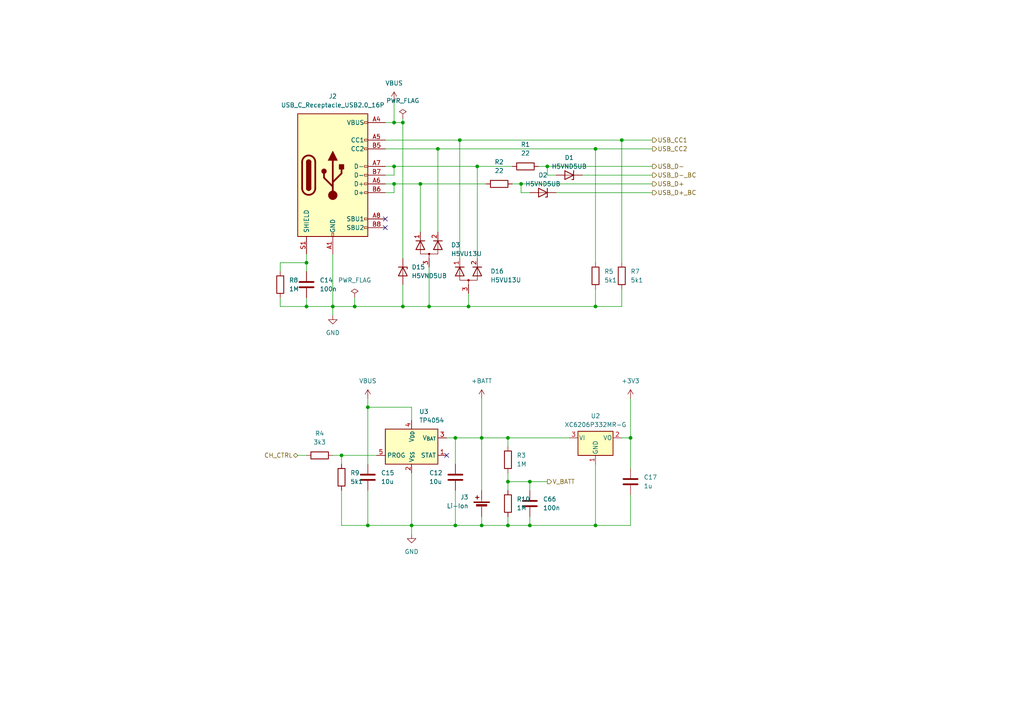
<source format=kicad_sch>
(kicad_sch (version 20230121) (generator eeschema)
  (paper "A4")
  (title_block (title "power supply") (date "2024-07-31") (rev "1.0"))
  (lib_symbols
    (symbol "drake_10b:+3V3" (power) (pin_names (offset 0))
      (property "Value" "+3V3" (at 0 3.556 0))
      (symbol "+3V3_0_1"
        (polyline (pts (xy -0.762 1.27) (xy 0 2.54)))
        (polyline (pts (xy 0 0) (xy 0 2.54)))
        (polyline (pts (xy 0 2.54) (xy 0.762 1.27)))
      )
      (symbol "+3V3_1_1"
        (pin power_in line (at 0 0 90) (length 0) hide (name "+3V3") (number "1"))
      )
    )
    (symbol "drake_10b:+BATT" (power) (pin_names (offset 0))
      (property "Value" "+BATT" (at 0 3.556 0))
      (symbol "+BATT_0_1"
        (polyline (pts (xy -0.762 1.27) (xy 0 2.54)))
        (polyline (pts (xy 0 0) (xy 0 2.54)))
        (polyline (pts (xy 0 2.54) (xy 0.762 1.27)))
      )
      (symbol "+BATT_1_1"
        (pin power_in line (at 0 0 90) (length 0) hide (name "+BATT") (number "1"))
      )
    )
    (symbol "drake_10b:Battery_Cell" (pin_numbers hide) (pin_names (offset 0) hide)
      (property "Reference" "J3" (at 3.81 3.1115 0))
      (property "Value" "Li-Ion" (at 3.81 0.5715 0))
      (symbol "Battery_Cell_0_1"
        (rectangle (start -2.286 1.778) (end 2.286 1.524) (fill (type outline)))
        (rectangle (start -1.524 1.016) (end 1.524 0.508) (fill (type outline)))
        (polyline (pts (xy 0 0.762) (xy 0 0)))
        (polyline (pts (xy 0 1.778) (xy 0 2.54)))
        (polyline (pts (xy 0.762 3.048) (xy 1.778 3.048)) (stroke (width 0.254)))
        (polyline (pts (xy 1.27 3.556) (xy 1.27 2.54)) (stroke (width 0.254)))
      )
      (symbol "Battery_Cell_1_1"
        (pin passive line (at 0 -2.54 90) (length 2.54) (name "-") (number "1"))
        (pin passive line (at 0 5.08 270) (length 2.54) (name "+") (number "2"))
      )
    )
    (symbol "drake_10b:C" (pin_numbers hide) (pin_names (offset 0.254))
      (property "Reference" "C" (at 0.635 2.54 0))
      (property "Value" "C" (at 0.635 -2.54 0))
      (symbol "C_0_1"
        (polyline (pts (xy -2.032 -0.762) (xy 2.032 -0.762)) (stroke (width 0.508)))
        (polyline (pts (xy -2.032 0.762) (xy 2.032 0.762)) (stroke (width 0.508)))
      )
      (symbol "C_1_1"
        (pin passive line (at 0 3.81 270) (length 2.794) (name "~") (number "1"))
        (pin passive line (at 0 -3.81 90) (length 2.794) (name "~") (number "2"))
      )
    )
    (symbol "drake_10b:D_Dual_CommonAnode_KKA_Parallel" (pin_names (offset 0.762) hide)
      (property "Reference" "D" (at 0 5.08 0))
      (property "Value" "D_Dual_CommonAnode_KKA_Parallel" (at 0 -5.08 0))
      (symbol "D_Dual_CommonAnode_KKA_Parallel_0_0"
        (polyline (pts (xy 2.54 -3.81) (xy 2.54 -1.27)) (stroke (width 0.254)))
        (polyline (pts (xy 2.54 1.27) (xy 2.54 3.81)) (stroke (width 0.254)))
      )
      (symbol "D_Dual_CommonAnode_KKA_Parallel_0_1"
        (circle (center -1.27 0) (radius 0.254) (fill (type outline)))
        (polyline (pts (xy -1.27 0) (xy -2.54 0)))
        (polyline (pts (xy 2.54 2.54) (xy -1.27 2.54) (xy -1.27 -2.54) (xy 2.54 -2.54)))
        (polyline (pts (xy 0 -1.27) (xy 2.54 -2.54) (xy 0 -3.81) (xy 0 -1.27) (xy 0 -1.27) (xy 0 -1.27)) (stroke (width 0.254)))
        (polyline (pts (xy 0 3.81) (xy 2.54 2.54) (xy 0 1.27) (xy 0 3.81) (xy 0 3.81) (xy 0 3.81)) (stroke (width 0.254)))
        (pin passive line (at 5.08 2.54 180) (length 2.54) (name "K") (number "1"))
        (pin passive line (at 5.08 -2.54 180) (length 2.54) (name "K") (number "2"))
        (pin passive line (at -5.08 0 0) (length 2.54) (name "A") (number "3"))
      )
    )
    (symbol "drake_10b:ESD5Zxx" (pin_numbers hide) (pin_names hide)
      (property "Reference" "D" (at 0 2.54 0))
      (property "Value" "ESD5Zxx" (at 0 -2.54 0))
      (symbol "ESD5Zxx_0_1"
        (polyline (pts (xy 1.27 0) (xy -1.27 0)))
        (polyline (pts (xy -1.27 -1.27) (xy -1.27 1.27) (xy -0.762 1.27)) (stroke (width 0.254)))
        (polyline (pts (xy 1.27 -1.27) (xy 1.27 1.27) (xy -1.27 0) (xy 1.27 -1.27)) (stroke (width 0.254)))
      )
      (symbol "ESD5Zxx_1_1"
        (pin passive line (at -3.81 0 0) (length 2.54) (name "K") (number "1"))
        (pin passive line (at 3.81 0 180) (length 2.54) (name "A") (number "2"))
      )
    )
    (symbol "drake_10b:GND" (power) (pin_names (offset 0))
      (property "Value" "GND" (at 0 -3.81 0))
      (symbol "GND_0_1"
        (polyline (pts (xy 0 0) (xy 0 -1.27) (xy 1.27 -1.27) (xy 0 -2.54) (xy -1.27 -1.27) (xy 0 -1.27)))
      )
      (symbol "GND_1_1"
        (pin power_in line (at 0 0 270) (length 0) hide (name "GND") (number "1"))
      )
    )
    (symbol "drake_10b:MCP73831-2-OT"
      (property "Reference" "U" (at -7.62 6.35 0))
      (property "Value" "MCP73831-2-OT" (at 1.27 6.35 0))
      (symbol "MCP73831-2-OT_0_1"
        (rectangle (start -7.62 5.08) (end 7.62 -5.08) (stroke (width 0.254)) (fill (type background)))
      )
      (symbol "MCP73831-2-OT_1_1"
        (pin tri_state line (at 10.16 -2.54 180) (length 2.54) (name "STAT") (number "1"))
        (pin power_in line (at 0 -7.62 90) (length 2.54) (name "V_{SS}") (number "2"))
        (pin power_out line (at 10.16 2.54 180) (length 2.54) (name "V_{BAT}") (number "3"))
        (pin power_in line (at 0 7.62 270) (length 2.54) (name "V_{DD}") (number "4"))
        (pin input line (at -10.16 -2.54 0) (length 2.54) (name "PROG") (number "5"))
      )
    )
    (symbol "drake_10b:PWR_FLAG" (power) (pin_numbers hide) (pin_names (offset 0) hide)
      (property "Value" "PWR_FLAG" (at 0 3.81 0))
      (symbol "PWR_FLAG_0_0"
        (pin power_out line (at 0 0 90) (length 0) (name "pwr") (number "1"))
      )
      (symbol "PWR_FLAG_0_1"
        (polyline (pts (xy 0 0) (xy 0 1.27) (xy -1.016 1.905) (xy 0 2.54) (xy 1.016 1.905) (xy 0 1.27)))
      )
    )
    (symbol "drake_10b:R" (pin_numbers hide) (pin_names (offset 0))
      (property "Reference" "R" (at 2.032 0 90))
      (property "Value" "R" (at 0 0 90))
      (symbol "R_0_1"
        (rectangle (start -1.016 -2.54) (end 1.016 2.54) (stroke (width 0.254)))
      )
      (symbol "R_1_1"
        (pin passive line (at 0 3.81 270) (length 1.27) (name "~") (number "1"))
        (pin passive line (at 0 -3.81 90) (length 1.27) (name "~") (number "2"))
      )
    )
    (symbol "drake_10b:USB_C_Receptacle_USB2.0_16P" (pin_names (offset 1.016))
      (property "Reference" "J" (at 0 22.225 0))
      (property "Value" "USB_C_Receptacle_USB2.0_16P" (at 0 19.685 0))
      (symbol "USB_C_Receptacle_USB2.0_16P_0_0"
        (rectangle (start -0.254 -17.78) (end 0.254 -16.764))
        (rectangle (start 10.16 -14.986) (end 9.144 -15.494))
        (rectangle (start 10.16 -12.446) (end 9.144 -12.954))
        (rectangle (start 10.16 -4.826) (end 9.144 -5.334))
        (rectangle (start 10.16 -2.286) (end 9.144 -2.794))
        (rectangle (start 10.16 0.254) (end 9.144 -0.254))
        (rectangle (start 10.16 2.794) (end 9.144 2.286))
        (rectangle (start 10.16 7.874) (end 9.144 7.366))
        (rectangle (start 10.16 10.414) (end 9.144 9.906))
        (rectangle (start 10.16 15.494) (end 9.144 14.986))
      )
      (symbol "USB_C_Receptacle_USB2.0_16P_0_1"
        (rectangle (start -10.16 17.78) (end 10.16 -17.78) (stroke (width 0.254)) (fill (type background)))
        (arc (start -8.89 -3.81) (mid -6.985 -5.7067) (end -5.08 -3.81) (stroke (width 0.508)))
        (arc (start -7.62 -3.81) (mid -6.985 -4.4423) (end -6.35 -3.81) (stroke (width 0.254)))
        (arc (start -7.62 -3.81) (mid -6.985 -4.4423) (end -6.35 -3.81) (stroke (width 0.254)) (fill (type outline)))
        (rectangle (start -7.62 -3.81) (end -6.35 3.81) (stroke (width 0.254)) (fill (type outline)))
        (arc (start -6.35 3.81) (mid -6.985 4.4423) (end -7.62 3.81) (stroke (width 0.254)))
        (arc (start -6.35 3.81) (mid -6.985 4.4423) (end -7.62 3.81) (stroke (width 0.254)) (fill (type outline)))
        (arc (start -5.08 3.81) (mid -6.985 5.7067) (end -8.89 3.81) (stroke (width 0.508)))
        (circle (center -2.54 1.143) (radius 0.635) (stroke (width 0.254)) (fill (type outline)))
        (circle (center 0 -5.842) (radius 1.27) (fill (type outline)))
        (polyline (pts (xy -8.89 -3.81) (xy -8.89 3.81)) (stroke (width 0.508)))
        (polyline (pts (xy -5.08 3.81) (xy -5.08 -3.81)) (stroke (width 0.508)))
        (polyline (pts (xy 0 -5.842) (xy 0 4.318)) (stroke (width 0.508)))
        (polyline (pts (xy 0 -3.302) (xy -2.54 -0.762) (xy -2.54 0.508)) (stroke (width 0.508)))
        (polyline (pts (xy 0 -2.032) (xy 2.54 0.508) (xy 2.54 1.778)) (stroke (width 0.508)))
        (polyline (pts (xy -1.27 4.318) (xy 0 6.858) (xy 1.27 4.318) (xy -1.27 4.318)) (stroke (width 0.254)) (fill (type outline)))
        (rectangle (start 1.905 1.778) (end 3.175 3.048) (stroke (width 0.254)) (fill (type outline)))
      )
      (symbol "USB_C_Receptacle_USB2.0_16P_1_1"
        (pin passive line (at 0 -22.86 90) (length 5.08) (name "GND") (number "A1"))
        (pin passive line (at 0 -22.86 90) (length 5.08) hide (name "GND") (number "A12"))
        (pin passive line (at 15.24 15.24 180) (length 5.08) (name "VBUS") (number "A4"))
        (pin bidirectional line (at 15.24 10.16 180) (length 5.08) (name "CC1") (number "A5"))
        (pin bidirectional line (at 15.24 -2.54 180) (length 5.08) (name "D+") (number "A6"))
        (pin bidirectional line (at 15.24 2.54 180) (length 5.08) (name "D-") (number "A7"))
        (pin bidirectional line (at 15.24 -12.7 180) (length 5.08) (name "SBU1") (number "A8"))
        (pin passive line (at 15.24 15.24 180) (length 5.08) hide (name "VBUS") (number "A9"))
        (pin passive line (at 0 -22.86 90) (length 5.08) hide (name "GND") (number "B1"))
        (pin passive line (at 0 -22.86 90) (length 5.08) hide (name "GND") (number "B12"))
        (pin passive line (at 15.24 15.24 180) (length 5.08) hide (name "VBUS") (number "B4"))
        (pin bidirectional line (at 15.24 7.62 180) (length 5.08) (name "CC2") (number "B5"))
        (pin bidirectional line (at 15.24 -5.08 180) (length 5.08) (name "D+") (number "B6"))
        (pin bidirectional line (at 15.24 0 180) (length 5.08) (name "D-") (number "B7"))
        (pin bidirectional line (at 15.24 -15.24 180) (length 5.08) (name "SBU2") (number "B8"))
        (pin passive line (at 15.24 15.24 180) (length 5.08) hide (name "VBUS") (number "B9"))
        (pin passive line (at -7.62 -22.86 90) (length 5.08) (name "SHIELD") (number "S1"))
      )
    )
    (symbol "drake_10b:VBUS" (power) (pin_names (offset 0))
      (property "Value" "VBUS" (at 0 3.81 0))
      (symbol "VBUS_0_1"
        (polyline (pts (xy -0.762 1.27) (xy 0 2.54)))
        (polyline (pts (xy 0 0) (xy 0 2.54)))
        (polyline (pts (xy 0 2.54) (xy 0.762 1.27)))
      )
      (symbol "VBUS_1_1"
        (pin power_in line (at 0 0 90) (length 0) hide (name "VBUS") (number "1"))
      )
    )
    (symbol "drake_10b:XC6206PxxxMR" (pin_names (offset 0.254))
      (property "Reference" "U" (at -3.81 3.175 0))
      (property "Value" "XC6206PxxxMR" (at 0 3.175 0))
      (symbol "XC6206PxxxMR_0_1"
        (rectangle (start -5.08 1.905) (end 5.08 -5.08) (stroke (width 0.254)) (fill (type background)))
      )
      (symbol "XC6206PxxxMR_1_1"
        (pin power_in line (at 0 -7.62 90) (length 2.54) (name "GND") (number "1"))
        (pin power_out line (at 7.62 0 180) (length 2.54) (name "VO") (number "2"))
        (pin power_in line (at -7.62 0 0) (length 2.54) (name "VI") (number "3"))
      )
    )
  )
  (junction (at 114.3 48.26))
  (junction (at 102.87 88.9))
  (junction (at 119.38 152.4))
  (junction (at 114.3 35.56))
  (junction (at 121.92 53.34))
  (junction (at 139.7 127))
  (junction (at 182.88 127))
  (junction (at 172.72 88.9))
  (junction (at 153.67 139.7))
  (junction (at 147.32 127))
  (junction (at 180.34 40.64))
  (junction (at 139.7 152.4))
  (junction (at 151.13 53.34))
  (junction (at 133.35 40.64))
  (junction (at 116.84 88.9))
  (junction (at 114.3 53.34))
  (junction (at 124.46 88.9))
  (junction (at 147.32 139.7))
  (junction (at 106.68 118.11))
  (junction (at 127 43.18))
  (junction (at 132.08 127))
  (junction (at 135.89 88.9))
  (junction (at 99.06 132.08))
  (junction (at 147.32 152.4))
  (junction (at 116.84 35.56))
  (junction (at 158.75 48.26))
  (junction (at 106.68 152.4))
  (junction (at 138.43 48.26))
  (junction (at 153.67 152.4))
  (junction (at 88.9 88.9))
  (junction (at 172.72 43.18))
  (junction (at 172.72 152.4))
  (junction (at 88.9 76.2))
  (junction (at 132.08 152.4))
  (junction (at 96.52 88.9))
  (no_connect (at 129.54 132.08))
  (no_connect (at 111.76 63.5))
  (no_connect (at 111.76 66.04))
  (wire (pts (xy 111.76 53.34) (xy 114.3 53.34)))
  (wire (pts (xy 116.84 34.29) (xy 116.84 35.56)))
  (wire (pts (xy 135.89 88.9) (xy 124.46 88.9)))
  (wire (pts (xy 180.34 88.9) (xy 172.72 88.9)))
  (wire (pts (xy 88.9 73.66) (xy 88.9 76.2)))
  (wire (pts (xy 119.38 121.92) (xy 119.38 118.11)))
  (wire (pts (xy 156.21 48.26) (xy 158.75 48.26)))
  (wire (pts (xy 139.7 127) (xy 139.7 142.24)))
  (wire (pts (xy 132.08 142.24) (xy 132.08 152.4)))
  (wire (pts (xy 139.7 127) (xy 147.32 127)))
  (wire (pts (xy 147.32 139.7) (xy 147.32 142.24)))
  (wire (pts (xy 124.46 77.47) (xy 124.46 88.9)))
  (wire (pts (xy 180.34 40.64) (xy 180.34 76.2)))
  (wire (pts (xy 111.76 35.56) (xy 114.3 35.56)))
  (wire (pts (xy 147.32 127) (xy 165.1 127)))
  (wire (pts (xy 114.3 48.26) (xy 138.43 48.26)))
  (wire (pts (xy 147.32 137.16) (xy 147.32 139.7)))
  (wire (pts (xy 111.76 48.26) (xy 114.3 48.26)))
  (wire (pts (xy 138.43 48.26) (xy 138.43 74.93)))
  (wire (pts (xy 132.08 127) (xy 132.08 134.62)))
  (wire (pts (xy 102.87 86.36) (xy 102.87 88.9)))
  (wire (pts (xy 96.52 132.08) (xy 99.06 132.08)))
  (wire (pts (xy 96.52 88.9) (xy 96.52 91.44)))
  (wire (pts (xy 153.67 139.7) (xy 153.67 142.24)))
  (wire (pts (xy 153.67 152.4) (xy 153.67 149.86)))
  (wire (pts (xy 99.06 134.62) (xy 99.06 132.08)))
  (wire (pts (xy 106.68 115.57) (xy 106.68 118.11)))
  (wire (pts (xy 182.88 127) (xy 182.88 135.89)))
  (wire (pts (xy 86.36 132.08) (xy 88.9 132.08)))
  (wire (pts (xy 132.08 152.4) (xy 139.7 152.4)))
  (wire (pts (xy 133.35 40.64) (xy 180.34 40.64)))
  (wire (pts (xy 172.72 134.62) (xy 172.72 152.4)))
  (wire (pts (xy 153.67 139.7) (xy 158.75 139.7)))
  (wire (pts (xy 172.72 83.82) (xy 172.72 88.9)))
  (wire (pts (xy 111.76 50.8) (xy 114.3 50.8)))
  (wire (pts (xy 180.34 88.9) (xy 180.34 83.82)))
  (wire (pts (xy 106.68 152.4) (xy 119.38 152.4)))
  (wire (pts (xy 172.72 88.9) (xy 135.89 88.9)))
  (wire (pts (xy 119.38 152.4) (xy 132.08 152.4)))
  (wire (pts (xy 153.67 152.4) (xy 172.72 152.4)))
  (wire (pts (xy 81.28 88.9) (xy 81.28 86.36)))
  (wire (pts (xy 119.38 152.4) (xy 119.38 154.94)))
  (wire (pts (xy 180.34 127) (xy 182.88 127)))
  (wire (pts (xy 180.34 40.64) (xy 189.23 40.64)))
  (wire (pts (xy 151.13 55.88) (xy 153.67 55.88)))
  (wire (pts (xy 161.29 55.88) (xy 189.23 55.88)))
  (wire (pts (xy 182.88 115.57) (xy 182.88 127)))
  (wire (pts (xy 158.75 48.26) (xy 158.75 50.8)))
  (wire (pts (xy 96.52 88.9) (xy 102.87 88.9)))
  (wire (pts (xy 116.84 88.9) (xy 124.46 88.9)))
  (wire (pts (xy 106.68 118.11) (xy 119.38 118.11)))
  (wire (pts (xy 151.13 53.34) (xy 151.13 55.88)))
  (wire (pts (xy 151.13 53.34) (xy 189.23 53.34)))
  (wire (pts (xy 127 43.18) (xy 172.72 43.18)))
  (wire (pts (xy 121.92 53.34) (xy 140.97 53.34)))
  (wire (pts (xy 172.72 43.18) (xy 172.72 76.2)))
  (wire (pts (xy 158.75 48.26) (xy 189.23 48.26)))
  (wire (pts (xy 102.87 88.9) (xy 116.84 88.9)))
  (wire (pts (xy 139.7 127) (xy 132.08 127)))
  (wire (pts (xy 172.72 152.4) (xy 182.88 152.4)))
  (wire (pts (xy 99.06 132.08) (xy 109.22 132.08)))
  (wire (pts (xy 88.9 88.9) (xy 96.52 88.9)))
  (wire (pts (xy 88.9 76.2) (xy 88.9 78.74)))
  (wire (pts (xy 116.84 35.56) (xy 116.84 74.93)))
  (wire (pts (xy 147.32 152.4) (xy 153.67 152.4)))
  (wire (pts (xy 147.32 149.86) (xy 147.32 152.4)))
  (wire (pts (xy 158.75 50.8) (xy 161.29 50.8)))
  (wire (pts (xy 114.3 53.34) (xy 121.92 53.34)))
  (wire (pts (xy 114.3 35.56) (xy 114.3 29.21)))
  (wire (pts (xy 81.28 78.74) (xy 81.28 76.2)))
  (wire (pts (xy 99.06 142.24) (xy 99.06 152.4)))
  (wire (pts (xy 147.32 127) (xy 147.32 129.54)))
  (wire (pts (xy 106.68 142.24) (xy 106.68 152.4)))
  (wire (pts (xy 121.92 53.34) (xy 121.92 67.31)))
  (wire (pts (xy 129.54 127) (xy 132.08 127)))
  (wire (pts (xy 88.9 86.36) (xy 88.9 88.9)))
  (wire (pts (xy 133.35 40.64) (xy 133.35 74.93)))
  (wire (pts (xy 114.3 53.34) (xy 114.3 55.88)))
  (wire (pts (xy 119.38 137.16) (xy 119.38 152.4)))
  (wire (pts (xy 114.3 35.56) (xy 116.84 35.56)))
  (wire (pts (xy 182.88 143.51) (xy 182.88 152.4)))
  (wire (pts (xy 153.67 139.7) (xy 147.32 139.7)))
  (wire (pts (xy 138.43 48.26) (xy 148.59 48.26)))
  (wire (pts (xy 116.84 82.55) (xy 116.84 88.9)))
  (wire (pts (xy 88.9 88.9) (xy 81.28 88.9)))
  (wire (pts (xy 127 43.18) (xy 127 67.31)))
  (wire (pts (xy 96.52 73.66) (xy 96.52 88.9)))
  (wire (pts (xy 106.68 118.11) (xy 106.68 134.62)))
  (wire (pts (xy 111.76 40.64) (xy 133.35 40.64)))
  (wire (pts (xy 111.76 43.18) (xy 127 43.18)))
  (wire (pts (xy 111.76 55.88) (xy 114.3 55.88)))
  (wire (pts (xy 114.3 48.26) (xy 114.3 50.8)))
  (wire (pts (xy 81.28 76.2) (xy 88.9 76.2)))
  (wire (pts (xy 139.7 149.86) (xy 139.7 152.4)))
  (wire (pts (xy 135.89 85.09) (xy 135.89 88.9)))
  (wire (pts (xy 99.06 152.4) (xy 106.68 152.4)))
  (wire (pts (xy 148.59 53.34) (xy 151.13 53.34)))
  (wire (pts (xy 172.72 43.18) (xy 189.23 43.18)))
  (wire (pts (xy 139.7 115.57) (xy 139.7 127)))
  (wire (pts (xy 139.7 152.4) (xy 147.32 152.4)))
  (wire (pts (xy 168.91 50.8) (xy 189.23 50.8)))
  (hierarchical_label "USB_D+_BC" (shape output) (at 189.23 55.88 0))
  (hierarchical_label "USB_D-" (shape output) (at 189.23 48.26 0))
  (hierarchical_label "USB_CC1" (shape output) (at 189.23 40.64 0))
  (hierarchical_label "USB_CC2" (shape output) (at 189.23 43.18 0))
  (hierarchical_label "USB_D-_BC" (shape output) (at 189.23 50.8 0))
  (hierarchical_label "CH_CTRL" (shape bidirectional) (at 86.36 132.08 180))
  (hierarchical_label "V_BATT" (shape output) (at 158.75 139.7 0))
  (hierarchical_label "USB_D+" (shape output) (at 189.23 53.34 0))
  (symbol (lib_id "drake_10b:XC6206PxxxMR") (at 172.72 127 0) (unit 1)
    (property "Reference" "U2" (at 172.72 120.65 0))
    (property "Value" "XC6206P332MR-G" (at 172.72 123.19 0))
    (property "Footprint" "Library:SOT-23-3" (effects hide))
    (property "Datasheet" "https://www.torexsemi.com/file/xc6206/XC6206.pdf" (effects hide))
    (property "JLC" "SOT-23-3L" (effects hide))
    (property "LCSC" "C5446" (effects hide))
  )
  (symbol (lib_id "drake_10b:+3V3") (at 182.88 115.57 0) (unit 1)
    (property "Reference" "#PWR017" (effects hide))
    (property "Value" "+3V3" (at 182.88 110.49 0))
  )
  (symbol (lib_id "drake_10b:R") (at 180.34 80.01 0) (unit 1)
    (property "Reference" "R7" (at 182.88 78.74 0) (effects (justify left)))
    (property "Value" "5k1" (at 182.88 81.28 0) (effects (justify left)))
    (property "Footprint" "Library:R_0402_1005Metric" (effects hide))
    (property "JLC" "0402" (effects hide))
    (property "LCSC" "C25905" (effects hide))
  )
  (symbol (lib_id "drake_10b:C") (at 153.67 146.05 0) (unit 1)
    (property "Reference" "C66" (at 157.48 144.78 0) (effects (justify left)))
    (property "Value" "100n" (at 157.48 147.32 0) (effects (justify left)))
    (property "Footprint" "Library:C_0402_1005Metric" (effects hide))
    (property "JLC" "0402" (effects hide))
    (property "LCSC" "C307331" (effects hide))
  )
  (symbol (lib_id "drake_10b:Battery_Cell") (at 139.7 147.32 0) (mirror y) (unit 1)
    (property "Reference" "J3" (at 135.89 144.2085 0) (effects (justify left)))
    (property "Value" "Li-Ion" (at 135.89 146.7485 0) (effects (justify left)))
    (property "Footprint" "Library:JST_PH_B2B-PH-K_1x02_P2.00mm_Vertical" (effects hide))
    (property "JLC" "Plugin,P=2mm" (effects hide))
    (property "LCSC" "C131337" (effects hide))
    (property "FT Rotation Offset" "180" (effects hide))
    (property "FT Position Offset" "0.07,0.18" (effects hide))
  )
  (symbol (lib_id "drake_10b:R") (at 147.32 133.35 0) (unit 1)
    (property "Reference" "R3" (at 149.86 132.08 0) (effects (justify left)))
    (property "Value" "1M" (at 149.86 134.62 0) (effects (justify left)))
    (property "Footprint" "Library:R_0402_1005Metric" (effects hide))
    (property "JLC" "0402" (effects hide))
    (property "LCSC" "C26083" (effects hide))
  )
  (symbol (lib_id "drake_10b:VBUS") (at 106.68 115.57 0) (unit 1)
    (property "Reference" "#PWR013" (effects hide))
    (property "Value" "VBUS" (at 106.68 110.49 0))
  )
  (symbol (lib_id "drake_10b:ESD5Zxx") (at 116.84 78.74 270) (unit 1)
    (property "Reference" "D15" (at 119.38 77.47 90) (effects (justify left)))
    (property "Value" "H5VND5UB" (at 119.38 80.01 90) (effects (justify left)))
    (property "Footprint" "Library:D_SOD-523" (effects hide))
    (property "Datasheet" "https://wmsc.lcsc.com/wmsc/upload/file/pdf/v2/lcsc/2404031005_hongjiacheng-H5VND5UB_C20615819.pdf" (effects hide))
    (property "JLC" "SOD-523" (effects hide))
    (property "LCSC" "C20615819" (effects hide))
  )
  (symbol (lib_id "drake_10b:ESD5Zxx") (at 165.1 50.8 180) (unit 1)
    (property "Reference" "D1" (at 165.1 45.72 0))
    (property "Value" "H5VND5UB" (at 165.1 48.26 0))
    (property "Footprint" "Library:D_SOD-523" (effects hide))
    (property "Datasheet" "https://wmsc.lcsc.com/wmsc/upload/file/pdf/v2/lcsc/2404031005_hongjiacheng-H5VND5UB_C20615819.pdf" (effects hide))
    (property "JLC" "SOD-523" (effects hide))
    (property "LCSC" "C20615819" (effects hide))
  )
  (symbol (lib_id "drake_10b:ESD5Zxx") (at 157.48 55.88 180) (unit 1)
    (property "Reference" "D2" (at 157.48 50.8 0))
    (property "Value" "H5VND5UB" (at 157.48 53.34 0))
    (property "Footprint" "Library:D_SOD-523" (effects hide))
    (property "Datasheet" "https://wmsc.lcsc.com/wmsc/upload/file/pdf/v2/lcsc/2404031005_hongjiacheng-H5VND5UB_C20615819.pdf" (effects hide))
    (property "JLC" "SOD-523" (effects hide))
    (property "LCSC" "C20615819" (effects hide))
  )
  (symbol (lib_id "drake_10b:PWR_FLAG") (at 102.87 86.36 0) (unit 1)
    (property "Reference" "#FLG02" (effects hide))
    (property "Value" "PWR_FLAG" (at 102.87 81.28 0))
  )
  (symbol (lib_id "drake_10b:D_Dual_CommonAnode_KKA_Parallel") (at 124.46 72.39 90) (unit 1)
    (property "Reference" "D3" (at 130.81 71.0565 90) (effects (justify right)))
    (property "Value" "H5VU13U" (at 130.81 73.5965 90) (effects (justify right)))
    (property "Footprint" "Library:Diodes_DFN1006-3" (effects hide))
    (property "JLC" "DFN1006-3L" (effects hide))
    (property "LCSC" "C20615795" (effects hide))
    (property "FT Rotation Offset" "180" (effects hide))
  )
  (symbol (lib_id "drake_10b:R") (at 92.71 132.08 90) (unit 1)
    (property "Reference" "R4" (at 92.71 125.73 90))
    (property "Value" "3k3" (at 92.71 128.27 90))
    (property "Footprint" "Library:R_0402_1005Metric" (effects hide))
    (property "JLC" "0402" (effects hide))
    (property "LCSC" "C25890" (effects hide))
  )
  (symbol (lib_id "drake_10b:USB_C_Receptacle_USB2.0_16P") (at 96.52 50.8 0) (unit 1)
    (property "Reference" "J2" (at 96.52 27.94 0))
    (property "Value" "USB_C_Receptacle_USB2.0_16P" (at 96.52 30.48 0))
    (property "Footprint" "Library:USB_C_Receptacle_XKB_U262-16XN-4BVC11" (effects hide))
    (property "Datasheet" "https://www.usb.org/sites/default/files/documents/usb_type-c.zip" (effects hide))
    (property "JLC" "SMD" (effects hide))
    (property "LCSC" "C2931474" (effects hide))
    (property "FT Position Offset" "0,1.3335" (effects hide))
  )
  (symbol (lib_id "drake_10b:R") (at 172.72 80.01 0) (unit 1)
    (property "Reference" "R5" (at 175.26 78.74 0) (effects (justify left)))
    (property "Value" "5k1" (at 175.26 81.28 0) (effects (justify left)))
    (property "Footprint" "Library:R_0402_1005Metric" (effects hide))
    (property "JLC" "0402" (effects hide))
    (property "LCSC" "C25905" (effects hide))
  )
  (symbol (lib_id "drake_10b:GND") (at 96.52 91.44 0) (unit 1)
    (property "Reference" "#PWR019" (effects hide))
    (property "Value" "GND" (at 96.52 96.52 0))
  )
  (symbol (lib_id "drake_10b:R") (at 152.4 48.26 90) (unit 1)
    (property "Reference" "R1" (at 152.4 41.91 90))
    (property "Value" "22" (at 152.4 44.45 90))
    (property "Footprint" "Library:R_0402_1005Metric" (effects hide))
    (property "JLC" "0402" (effects hide))
    (property "LCSC" "C25092" (effects hide))
  )
  (symbol (lib_id "drake_10b:VBUS") (at 114.3 29.21 0) (unit 1)
    (property "Reference" "#PWR012" (effects hide))
    (property "Value" "VBUS" (at 114.3 24.13 0))
  )
  (symbol (lib_id "drake_10b:C") (at 106.68 138.43 0) (unit 1)
    (property "Reference" "C15" (at 110.49 137.16 0) (effects (justify left)))
    (property "Value" "10u" (at 110.49 139.7 0) (effects (justify left)))
    (property "Footprint" "Library:C_0603_1608Metric" (effects hide))
    (property "JLC" "0603" (effects hide))
    (property "LCSC" "C19702" (effects hide))
  )
  (symbol (lib_id "drake_10b:R") (at 144.78 53.34 90) (unit 1)
    (property "Reference" "R2" (at 144.78 46.99 90))
    (property "Value" "22" (at 144.78 49.53 90))
    (property "Footprint" "Library:R_0402_1005Metric" (effects hide))
    (property "JLC" "0402" (effects hide))
    (property "LCSC" "C25092" (effects hide))
  )
  (symbol (lib_id "drake_10b:R") (at 99.06 138.43 0) (unit 1)
    (property "Reference" "R9" (at 101.6 137.16 0) (effects (justify left)))
    (property "Value" "5k1" (at 101.6 139.7 0) (effects (justify left)))
    (property "Footprint" "Library:R_0402_1005Metric" (effects hide))
    (property "JLC" "0402" (effects hide))
    (property "LCSC" "C25905" (effects hide))
  )
  (symbol (lib_id "drake_10b:PWR_FLAG") (at 116.84 34.29 0) (unit 1)
    (property "Reference" "#FLG01" (effects hide))
    (property "Value" "PWR_FLAG" (at 116.84 29.21 0))
  )
  (symbol (lib_id "drake_10b:R") (at 81.28 82.55 0) (unit 1)
    (property "Reference" "R8" (at 83.82 81.28 0) (effects (justify left)))
    (property "Value" "1M" (at 83.82 83.82 0) (effects (justify left)))
    (property "Footprint" "Library:R_0402_1005Metric" (effects hide))
    (property "JLC" "0402" (effects hide))
    (property "LCSC" "C26083" (effects hide))
  )
  (symbol (lib_id "drake_10b:+BATT") (at 139.7 115.57 0) (unit 1)
    (property "Reference" "#PWR016" (effects hide))
    (property "Value" "+BATT" (at 139.7 110.49 0))
  )
  (symbol (lib_id "drake_10b:C") (at 88.9 82.55 0) (unit 1)
    (property "Reference" "C14" (at 92.71 81.28 0) (effects (justify left)))
    (property "Value" "100n" (at 92.71 83.82 0) (effects (justify left)))
    (property "Footprint" "Library:C_0402_1005Metric" (effects hide))
    (property "JLC" "0402" (effects hide))
    (property "LCSC" "C307331" (effects hide))
  )
  (symbol (lib_id "drake_10b:GND") (at 119.38 154.94 0) (unit 1)
    (property "Reference" "#PWR0123" (effects hide))
    (property "Value" "GND" (at 119.38 160.02 0))
  )
  (symbol (lib_id "drake_10b:C") (at 182.88 139.7 0) (unit 1)
    (property "Reference" "C17" (at 186.69 138.43 0) (effects (justify left)))
    (property "Value" "1u" (at 186.69 140.97 0) (effects (justify left)))
    (property "Footprint" "Library:C_0402_1005Metric" (effects hide))
    (property "JLC" "0402" (effects hide))
    (property "LCSC" "C52923" (effects hide))
  )
  (symbol (lib_id "drake_10b:D_Dual_CommonAnode_KKA_Parallel") (at 135.89 80.01 90) (unit 1)
    (property "Reference" "D16" (at 142.24 78.6765 90) (effects (justify right)))
    (property "Value" "H5VU13U" (at 142.24 81.2165 90) (effects (justify right)))
    (property "Footprint" "Library:Diodes_DFN1006-3" (effects hide))
    (property "JLC" "DFN1006-3L" (effects hide))
    (property "LCSC" "C20615795" (effects hide))
    (property "FT Rotation Offset" "180" (effects hide))
  )
  (symbol (lib_id "drake_10b:R") (at 147.32 146.05 0) (unit 1)
    (property "Reference" "R10" (at 149.86 144.78 0) (effects (justify left)))
    (property "Value" "1M" (at 149.86 147.32 0) (effects (justify left)))
    (property "Footprint" "Library:R_0402_1005Metric" (effects hide))
    (property "JLC" "0402" (effects hide))
    (property "LCSC" "C26083" (effects hide))
  )
  (symbol (lib_id "drake_10b:MCP73831-2-OT") (at 119.38 129.54 0) (unit 1)
    (property "Reference" "U3" (at 121.5741 119.38 0) (effects (justify left)))
    (property "Value" "TP4054" (at 121.5741 121.92 0) (effects (justify left)))
    (property "Footprint" "Library:SOT-23-5" (effects hide))
    (property "Datasheet" "http://ww1.microchip.com/downloads/en/DeviceDoc/20001984g.pdf" (effects hide))
    (property "LCSC" "C32574" (effects hide))
    (property "FT Rotation Offset" "90" (effects hide))
  )
  (symbol (lib_id "drake_10b:C") (at 132.08 138.43 0) (unit 1)
    (property "Reference" "C12" (at 124.46 137.16 0) (effects (justify left)))
    (property "Value" "10u" (at 124.46 139.7 0) (effects (justify left)))
    (property "Footprint" "Library:C_0603_1608Metric" (effects hide))
    (property "JLC" "0603" (effects hide))
    (property "LCSC" "C19702" (effects hide))
  )
)
</source>
